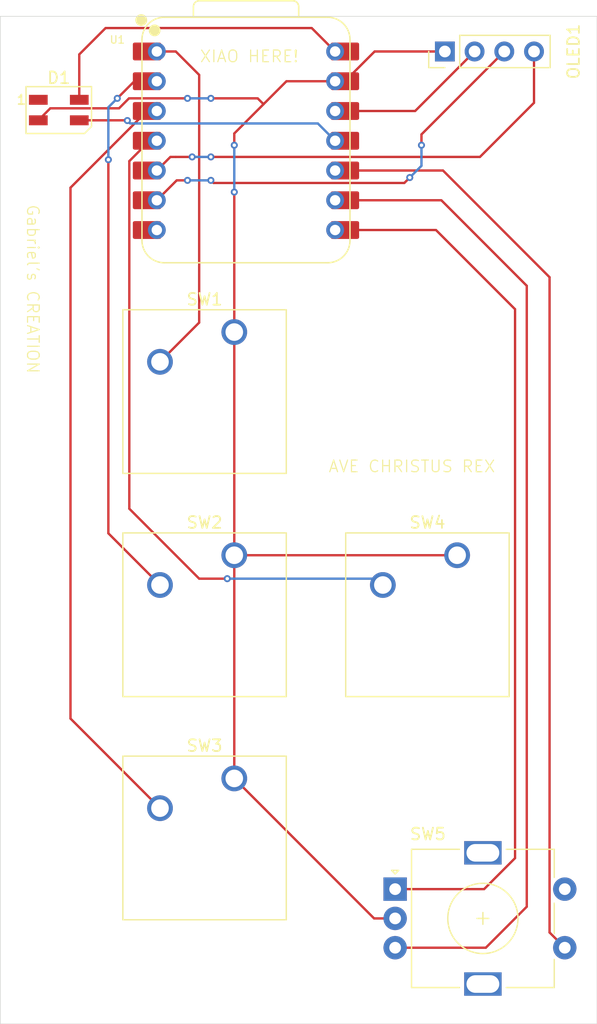
<source format=kicad_pcb>
(kicad_pcb (version 20241229) (generator "pcbnew") (generator_version "9.0")
  (layers (0 "F.Cu" signal) (2 "B.Cu" signal) (13 "F.Paste" user) (15 "B.Paste" user) (5 "F.SilkS" user "F.Silkscreen") (7 "B.SilkS" user "B.Silkscreen") (1 "F.Mask" user) (3 "B.Mask" user) (25 "Edge.Cuts" user))
  (net 0 "")
  (net 1 "GND")
  (net 2 "Net-(U1-GPIO27{slash}ADC1{slash}A1)")
  (net 3 "Net-(U1-GPIO28{slash}ADC2{slash}A2)")
  (net 4 "Net-(U1-GPIO29{slash}ADC3{slash}A3)")
  (net 5 "+5V")
  (net 6 "Net-(OLED1-SCL)")
  (net 7 "+3.3V")
  (net 8 "Net-(OLED1-SDA)")
  (net 9 "Net-(D1-DIN)")
  (net 10 "Net-(U1-GPIO1{slash}RX)")
  (net 11 "Net-(U1-GPIO2{slash}SCK)")
  (net 12 "Net-(U1-GPIO26{slash}ADC0{slash}A0)")
  (net 13 "Net-(U1-GPIO4{slash}MISO)")
  (footprint "Seeed Studio XIAO Series Library:XIAO-RP2040-DIP" (layer "F.Cu") (at 145 44.62)
    (property "Reference" "U1" (at -11 -8.62 0) (layer "F.SilkS") (effects (font (size 0.635 0.635) (thickness 0.1016))))
    (property "Value" "XIAO-RP2040-DIP")
    (fp_line (start -8.89 8.509) (end -8.89 -8.636) (stroke (width 0.127)) (layer "F.SilkS"))
    (fp_line (start -6.985 10.414) (end 6.985 10.414) (stroke (width 0.127)) (layer "F.SilkS"))
    (fp_line (start -4.495 -10.541) (end -4.491272 -11.451272) (stroke (width 0.127)) (layer "F.SilkS"))
    (fp_line (start -3.991272 -11.951) (end 4.004 -11.951) (stroke (width 0.127)) (layer "F.SilkS"))
    (fp_line (start 4.504 -11.451) (end 4.504 -10.541) (stroke (width 0.127)) (layer "F.SilkS"))
    (fp_line (start 6.985 -10.541) (end -6.985 -10.541) (stroke (width 0.1)) (layer "F.SilkS"))
    (fp_line (start 6.985 -10.541) (end -6.985 -10.541) (stroke (width 0.127)) (layer "F.SilkS"))
    (fp_line (start 8.89 8.509) (end 8.89 -8.636) (stroke (width 0.127)) (layer "F.SilkS"))
    (fp_arc (start -8.89 -8.636) (mid -8.332038 -9.983038) (end -6.985 -10.541) (stroke (width 0.127)) (layer "F.SilkS"))
    (fp_arc (start -6.985 10.414) (mid -8.332038 9.856038) (end -8.89 8.509) (stroke (width 0.127)) (layer "F.SilkS"))
    (fp_arc (start -4.491272 -11.451272) (mid -4.344728 -11.80464) (end -3.991272 -11.951) (stroke (width 0.127)) (layer "F.SilkS"))
    (fp_arc (start 4.004 -11.951) (mid 4.357553 -11.804553) (end 4.504 -11.451) (stroke (width 0.127)) (layer "F.SilkS"))
    (fp_arc (start 6.985 -10.541) (mid 8.332038 -9.983038) (end 8.89 -8.636) (stroke (width 0.127)) (layer "F.SilkS"))
    (fp_arc (start 8.89 8.509) (mid 8.332038 9.856038) (end 6.985 10.414) (stroke (width 0.127)) (layer "F.SilkS"))
    (fp_circle (center -8.95 -10.3) (end -8.95 -10.554) (stroke (width 0.5)) (fill yes) (layer "F.SilkS"))
    (fp_circle (center -7.807 -9.42) (end -7.807 -9.674) (stroke (width 0.5)) (fill yes) (layer "F.SilkS"))
    (pad "1" smd roundrect (at -8.455 -7.62 180) (size 2.432 1.524) (layers "F.Cu" "F.Mask") (roundrect_rratio 0.1) (net 12 "Net-(U1-GPIO26{slash}ADC0{slash}A0)"))
    (pad "1" thru_hole circle (at -7.62 -7.62 180) (size 1.524 1.524) (drill 0.889) (layers "*.Cu" "*.Mask") (net 12 "Net-(U1-GPIO26{slash}ADC0{slash}A0)"))
    (pad "2" smd roundrect (at -8.455 -5.08 180) (size 2.432 1.524) (layers "F.Cu" "F.Mask") (roundrect_rratio 0.1) (net 2 "Net-(U1-GPIO27{slash}ADC1{slash}A1)"))
    (pad "2" thru_hole circle (at -7.62 -5.08 180) (size 1.524 1.524) (drill 0.889) (layers "*.Cu" "*.Mask") (net 2 "Net-(U1-GPIO27{slash}ADC1{slash}A1)"))
    (pad "3" smd roundrect (at -8.455 -2.54 180) (size 2.432 1.524) (layers "F.Cu" "F.Mask") (roundrect_rratio 0.1) (net 3 "Net-(U1-GPIO28{slash}ADC2{slash}A2)"))
    (pad "3" thru_hole circle (at -7.62 -2.54 180) (size 1.524 1.524) (drill 0.889) (layers "*.Cu" "*.Mask") (net 3 "Net-(U1-GPIO28{slash}ADC2{slash}A2)"))
    (pad "4" smd roundrect (at -8.455 0 180) (size 2.432 1.524) (layers "F.Cu" "F.Mask") (roundrect_rratio 0.1) (net 4 "Net-(U1-GPIO29{slash}ADC3{slash}A3)"))
    (pad "4" thru_hole circle (at -7.62 0 180) (size 1.524 1.524) (drill 0.889) (layers "*.Cu" "*.Mask") (net 4 "Net-(U1-GPIO29{slash}ADC3{slash}A3)"))
    (pad "5" smd roundrect (at -8.455 2.54 180) (size 2.432 1.524) (layers "F.Cu" "F.Mask") (roundrect_rratio 0.1) (net 8 "Net-(OLED1-SDA)"))
    (pad "5" thru_hole circle (at -7.62 2.54 180) (size 1.524 1.524) (drill 0.889) (layers "*.Cu" "*.Mask") (net 8 "Net-(OLED1-SDA)"))
    (pad "6" smd roundrect (at -8.455 5.08 180) (size 2.432 1.524) (layers "F.Cu" "F.Mask") (roundrect_rratio 0.1) (net 6 "Net-(OLED1-SCL)"))
    (pad "6" thru_hole circle (at -7.62 5.08 180) (size 1.524 1.524) (drill 0.889) (layers "*.Cu" "*.Mask") (net 6 "Net-(OLED1-SCL)"))
    (pad "7" smd roundrect (at -8.455 7.62 180) (size 2.432 1.524) (layers "F.Cu" "F.Mask") (roundrect_rratio 0.1))
    (pad "7" thru_hole circle (at -7.62 7.62 180) (size 1.524 1.524) (drill 0.889) (layers "*.Cu" "*.Mask"))
    (pad "8" thru_hole circle (at 7.62 7.62) (size 1.524 1.524) (drill 0.889) (layers "*.Cu" "*.Mask") (net 10 "Net-(U1-GPIO1{slash}RX)"))
    (pad "8" smd roundrect (at 8.455 7.62) (size 2.432 1.524) (layers "F.Cu" "F.Mask") (roundrect_rratio 0.1) (net 10 "Net-(U1-GPIO1{slash}RX)"))
    (pad "9" thru_hole circle (at 7.62 5.08) (size 1.524 1.524) (drill 0.889) (layers "*.Cu" "*.Mask") (net 11 "Net-(U1-GPIO2{slash}SCK)"))
    (pad "9" smd roundrect (at 8.455 5.08) (size 2.432 1.524) (layers "F.Cu" "F.Mask") (roundrect_rratio 0.1) (net 11 "Net-(U1-GPIO2{slash}SCK)"))
    (pad "10" thru_hole circle (at 7.62 2.54) (size 1.524 1.524) (drill 0.889) (layers "*.Cu" "*.Mask") (net 13 "Net-(U1-GPIO4{slash}MISO)"))
    (pad "10" smd roundrect (at 8.455 2.54) (size 2.432 1.524) (layers "F.Cu" "F.Mask") (roundrect_rratio 0.1) (net 13 "Net-(U1-GPIO4{slash}MISO)"))
    (pad "11" thru_hole circle (at 7.62 0) (size 1.524 1.524) (drill 0.889) (layers "*.Cu" "*.Mask") (net 9 "Net-(D1-DIN)"))
    (pad "11" smd roundrect (at 8.455 0) (size 2.432 1.524) (layers "F.Cu" "F.Mask") (roundrect_rratio 0.1) (net 9 "Net-(D1-DIN)"))
    (pad "12" thru_hole circle (at 7.62 -2.54) (size 1.524 1.524) (drill 0.889) (layers "*.Cu" "*.Mask") (net 7 "+3.3V"))
    (pad "12" smd roundrect (at 8.455 -2.54) (size 2.432 1.524) (layers "F.Cu" "F.Mask") (roundrect_rratio 0.1) (net 7 "+3.3V"))
    (pad "13" thru_hole circle (at 7.62 -5.08) (size 1.524 1.524) (drill 0.889) (layers "*.Cu" "*.Mask") (net 1 "GND"))
    (pad "13" smd roundrect (at 8.455 -5.08) (size 2.432 1.524) (layers "F.Cu" "F.Mask") (roundrect_rratio 0.1) (net 1 "GND"))
    (pad "14" thru_hole circle (at 7.62 -7.62) (size 1.524 1.524) (drill 0.889) (layers "*.Cu" "*.Mask") (net 5 "+5V"))
    (pad "14" smd roundrect (at 8.455 -7.62) (size 2.432 1.524) (layers "F.Cu" "F.Mask") (roundrect_rratio 0.1) (net 5 "+5V"))
  )
  (footprint "LED_SMD:LED_SK6812MINI_PLCC4_3.5x3.5mm_P1.75mm" (layer "F.Cu") (at 129 42)
    (property "Reference" "D1" (at 0 -2.75 0) (layer "F.SilkS"))
    (property "Value" "SK6812MINI")
    (fp_line (start -2.8 -2) (end -2.8 2) (stroke (width 0.12)) (layer "F.SilkS"))
    (fp_line (start -2.8 -2) (end 2.8 -2) (stroke (width 0.12)) (layer "F.SilkS"))
    (fp_line (start -2.8 2) (end 2.2 2) (stroke (width 0.12)) (layer "F.SilkS"))
    (fp_line (start 2.8 1.4) (end 2.2 2) (stroke (width 0.12)) (layer "F.SilkS"))
    (fp_line (start 2.8 1.4) (end 2.8 -2) (stroke (width 0.12)) (layer "F.SilkS"))
    (fp_text user "1" (at -3.2 -0.875 0) (layer "F.SilkS") (effects (font (size 0.8 0.8))))
    (pad "1" smd rect (at -1.75 -0.875) (size 1.6 0.85) (layers "F.Cu" "F.Mask" "F.Paste"))
    (pad "2" smd rect (at -1.75 0.875) (size 1.6 0.85) (layers "F.Cu" "F.Mask" "F.Paste") (net 1 "GND"))
    (pad "3" smd rect (at 1.75 0.875) (size 1.6 0.85) (layers "F.Cu" "F.Mask" "F.Paste") (net 9 "Net-(D1-DIN)"))
    (pad "4" smd rect (at 1.75 -0.875) (size 1.6 0.85) (layers "F.Cu" "F.Mask" "F.Paste") (net 5 "+5V"))
  )
  (footprint "Button_Switch_Keyboard:SW_Cherry_MX_1.00u_PCB" (layer "F.Cu") (at 144 99.05)
    (property "Reference" "SW3" (at -2.54 -2.794 0) (layer "F.SilkS"))
    (property "Value" "SW_Push")
    (fp_line (start -9.525 -1.905) (end 4.445 -1.905) (stroke (width 0.12)) (layer "F.SilkS"))
    (fp_line (start -9.525 12.065) (end -9.525 -1.905) (stroke (width 0.12)) (layer "F.SilkS"))
    (fp_line (start 4.445 -1.905) (end 4.445 12.065) (stroke (width 0.12)) (layer "F.SilkS"))
    (fp_line (start 4.445 12.065) (end -9.525 12.065) (stroke (width 0.12)) (layer "F.SilkS"))
    (pad "" np_thru_hole circle (at -7.62 5.08) (size 1.7 1.7) (drill 1.7) (layers "*.Cu" "*.Mask"))
    (pad "" np_thru_hole circle (at -2.54 5.08) (size 4 4) (drill 4) (layers "*.Cu" "*.Mask"))
    (pad "" np_thru_hole circle (at 2.54 5.08) (size 1.7 1.7) (drill 1.7) (layers "*.Cu" "*.Mask"))
    (pad "1" thru_hole circle (at 0 0) (size 2.2 2.2) (drill 1.5) (layers "*.Cu" "*.Mask") (net 1 "GND"))
    (pad "2" thru_hole circle (at -6.35 2.54) (size 2.2 2.2) (drill 1.5) (layers "*.Cu" "*.Mask") (net 3 "Net-(U1-GPIO28{slash}ADC2{slash}A2)"))
  )
  (footprint "Button_Switch_Keyboard:SW_Cherry_MX_1.00u_PCB" (layer "F.Cu") (at 163.05 80)
    (property "Reference" "SW4" (at -2.54 -2.794 0) (layer "F.SilkS"))
    (property "Value" "SW_Push")
    (fp_line (start -9.525 -1.905) (end 4.445 -1.905) (stroke (width 0.12)) (layer "F.SilkS"))
    (fp_line (start -9.525 12.065) (end -9.525 -1.905) (stroke (width 0.12)) (layer "F.SilkS"))
    (fp_line (start 4.445 -1.905) (end 4.445 12.065) (stroke (width 0.12)) (layer "F.SilkS"))
    (fp_line (start 4.445 12.065) (end -9.525 12.065) (stroke (width 0.12)) (layer "F.SilkS"))
    (pad "" np_thru_hole circle (at -7.62 5.08) (size 1.7 1.7) (drill 1.7) (layers "*.Cu" "*.Mask"))
    (pad "" np_thru_hole circle (at -2.54 5.08) (size 4 4) (drill 4) (layers "*.Cu" "*.Mask"))
    (pad "" np_thru_hole circle (at 2.54 5.08) (size 1.7 1.7) (drill 1.7) (layers "*.Cu" "*.Mask"))
    (pad "1" thru_hole circle (at 0 0) (size 2.2 2.2) (drill 1.5) (layers "*.Cu" "*.Mask") (net 1 "GND"))
    (pad "2" thru_hole circle (at -6.35 2.54) (size 2.2 2.2) (drill 1.5) (layers "*.Cu" "*.Mask") (net 4 "Net-(U1-GPIO29{slash}ADC3{slash}A3)"))
  )
  (footprint "Button_Switch_Keyboard:SW_Cherry_MX_1.00u_PCB" (layer "F.Cu") (at 144 60.95)
    (property "Reference" "SW1" (at -2.54 -2.794 0) (layer "F.SilkS"))
    (property "Value" "SW_Push")
    (fp_line (start -9.525 -1.905) (end 4.445 -1.905) (stroke (width 0.12)) (layer "F.SilkS"))
    (fp_line (start -9.525 12.065) (end -9.525 -1.905) (stroke (width 0.12)) (layer "F.SilkS"))
    (fp_line (start 4.445 -1.905) (end 4.445 12.065) (stroke (width 0.12)) (layer "F.SilkS"))
    (fp_line (start 4.445 12.065) (end -9.525 12.065) (stroke (width 0.12)) (layer "F.SilkS"))
    (pad "" np_thru_hole circle (at -7.62 5.08) (size 1.7 1.7) (drill 1.7) (layers "*.Cu" "*.Mask"))
    (pad "" np_thru_hole circle (at -2.54 5.08) (size 4 4) (drill 4) (layers "*.Cu" "*.Mask"))
    (pad "" np_thru_hole circle (at 2.54 5.08) (size 1.7 1.7) (drill 1.7) (layers "*.Cu" "*.Mask"))
    (pad "1" thru_hole circle (at 0 0) (size 2.2 2.2) (drill 1.5) (layers "*.Cu" "*.Mask") (net 1 "GND"))
    (pad "2" thru_hole circle (at -6.35 2.54) (size 2.2 2.2) (drill 1.5) (layers "*.Cu" "*.Mask") (net 12 "Net-(U1-GPIO26{slash}ADC0{slash}A0)"))
  )
  (footprint "Button_Switch_Keyboard:SW_Cherry_MX_1.00u_PCB" (layer "F.Cu") (at 144 80)
    (property "Reference" "SW2" (at -2.54 -2.794 0) (layer "F.SilkS"))
    (property "Value" "SW_Push")
    (fp_line (start -9.525 -1.905) (end 4.445 -1.905) (stroke (width 0.12)) (layer "F.SilkS"))
    (fp_line (start -9.525 12.065) (end -9.525 -1.905) (stroke (width 0.12)) (layer "F.SilkS"))
    (fp_line (start 4.445 -1.905) (end 4.445 12.065) (stroke (width 0.12)) (layer "F.SilkS"))
    (fp_line (start 4.445 12.065) (end -9.525 12.065) (stroke (width 0.12)) (layer "F.SilkS"))
    (pad "" np_thru_hole circle (at -7.62 5.08) (size 1.7 1.7) (drill 1.7) (layers "*.Cu" "*.Mask"))
    (pad "" np_thru_hole circle (at -2.54 5.08) (size 4 4) (drill 4) (layers "*.Cu" "*.Mask"))
    (pad "" np_thru_hole circle (at 2.54 5.08) (size 1.7 1.7) (drill 1.7) (layers "*.Cu" "*.Mask"))
    (pad "1" thru_hole circle (at 0 0) (size 2.2 2.2) (drill 1.5) (layers "*.Cu" "*.Mask") (net 1 "GND"))
    (pad "2" thru_hole circle (at -6.35 2.54) (size 2.2 2.2) (drill 1.5) (layers "*.Cu" "*.Mask") (net 2 "Net-(U1-GPIO27{slash}ADC1{slash}A1)"))
  )
  (footprint "Connector_PinHeader_2.54mm:PinHeader_1x04_P2.54mm_Vertical" (layer "F.Cu") (at 162 37 90)
    (property "Reference" "OLED1" (at 0 11 90) (layer "F.SilkS"))
    (property "Value" "OLED_0.91_I2C")
    (fp_line (start -1.38 -1.38) (end 0 -1.38) (stroke (width 0.12)) (layer "F.SilkS"))
    (fp_line (start -1.38 0) (end -1.38 -1.38) (stroke (width 0.12)) (layer "F.SilkS"))
    (fp_line (start 1.38 1.27) (end 1.38 9) (stroke (width 0.12)) (layer "F.SilkS"))
    (fp_line (start -1.38 1.27) (end 1.38 1.27) (stroke (width 0.12)) (layer "F.SilkS"))
    (fp_line (start -1.38 1.27) (end -1.38 9) (stroke (width 0.12)) (layer "F.SilkS"))
    (fp_line (start -1.38 9) (end 1.38 9) (stroke (width 0.12)) (layer "F.SilkS"))
    (pad "1" thru_hole rect (at 0 0 90) (size 1.7 1.7) (drill 1) (layers "*.Cu" "*.Mask") (net 1 "GND"))
    (pad "2" thru_hole circle (at 0 2.54 90) (size 1.7 1.7) (drill 1) (layers "*.Cu" "*.Mask") (net 7 "+3.3V"))
    (pad "3" thru_hole circle (at 0 5.08 90) (size 1.7 1.7) (drill 1) (layers "*.Cu" "*.Mask") (net 6 "Net-(OLED1-SCL)"))
    (pad "4" thru_hole circle (at 0 7.62 90) (size 1.7 1.7) (drill 1) (layers "*.Cu" "*.Mask") (net 8 "Net-(OLED1-SDA)"))
  )
  (footprint "Rotary_Encoder:RotaryEncoder_Alps_EC11E-Switch_Vertical_H20mm" (layer "F.Cu") (at 157.75 108.5)
    (property "Reference" "SW5" (at 2.8 -4.7 0) (layer "F.SilkS"))
    (property "Value" "RotaryEncoder_Switch")
    (fp_line (start -0.3 -1.6) (end 0.3 -1.6) (stroke (width 0.12)) (layer "F.SilkS"))
    (fp_line (start 0 -1.3) (end -0.3 -1.6) (stroke (width 0.12)) (layer "F.SilkS"))
    (fp_line (start 0.3 -1.6) (end 0 -1.3) (stroke (width 0.12)) (layer "F.SilkS"))
    (fp_line (start 1.4 -3.4) (end 1.4 8.4) (stroke (width 0.12)) (layer "F.SilkS"))
    (fp_line (start 5.5 -3.4) (end 1.4 -3.4) (stroke (width 0.12)) (layer "F.SilkS"))
    (fp_line (start 5.5 8.4) (end 1.4 8.4) (stroke (width 0.12)) (layer "F.SilkS"))
    (fp_line (start 7 2.5) (end 8 2.5) (stroke (width 0.12)) (layer "F.SilkS"))
    (fp_line (start 7.5 2) (end 7.5 3) (stroke (width 0.12)) (layer "F.SilkS"))
    (fp_line (start 9.5 -3.4) (end 13.6 -3.4) (stroke (width 0.12)) (layer "F.SilkS"))
    (fp_line (start 13.6 -3.4) (end 13.6 -1) (stroke (width 0.12)) (layer "F.SilkS"))
    (fp_line (start 13.6 1.2) (end 13.6 3.8) (stroke (width 0.12)) (layer "F.SilkS"))
    (fp_line (start 13.6 6) (end 13.6 8.4) (stroke (width 0.12)) (layer "F.SilkS"))
    (fp_line (start 13.6 8.4) (end 9.5 8.4) (stroke (width 0.12)) (layer "F.SilkS"))
    (fp_circle (center 7.5 2.5) (end 10.5 2.5) (stroke (width 0.12)) (fill no) (layer "F.SilkS"))
    (pad "A" thru_hole rect (at 0 0) (size 2 2) (drill 1) (layers "*.Cu" "*.Mask") (net 10 "Net-(U1-GPIO1{slash}RX)"))
    (pad "B" thru_hole circle (at 0 5) (size 2 2) (drill 1) (layers "*.Cu" "*.Mask") (net 11 "Net-(U1-GPIO2{slash}SCK)"))
    (pad "C" thru_hole circle (at 0 2.5) (size 2 2) (drill 1) (layers "*.Cu" "*.Mask") (net 1 "GND"))
    (pad "MP" thru_hole rect (at 7.5 -3.1) (size 3.2 2) (drill oval 2.8 1.5) (layers "*.Cu" "*.Mask"))
    (pad "MP" thru_hole rect (at 7.5 8.1) (size 3.2 2) (drill oval 2.8 1.5) (layers "*.Cu" "*.Mask"))
    (pad "S1" thru_hole circle (at 14.5 5) (size 2 2) (drill 1) (layers "*.Cu" "*.Mask") (net 13 "Net-(U1-GPIO4{slash}MISO)"))
    (pad "S2" thru_hole circle (at 14.5 0) (size 2 2) (drill 1) (layers "*.Cu" "*.Mask"))
  )
  (gr_rect (start 124 34) (end 175 120) (stroke (width 0.05)) (fill no) (layer "Edge.Cuts"))
  (gr_text "Gabriel's CREATION" (at 126.2 50 270) (layer "F.SilkS") (effects (font (size 1 1) (thickness 0.1)) (justify left bottom)))
  (gr_text "XIAO HERE!" (at 141 38 0) (layer "F.SilkS") (effects (font (size 1 1) (thickness 0.1)) (justify left bottom)))
  (gr_text "AVE CHRISTUS REX" (at 152 73 0) (layer "F.SilkS") (effects (font (size 1 1) (thickness 0.1)) (justify left bottom)))
  (segment (start 146.5 41.5) (end 148.46 39.54) (width 0.2) (layer "F.Cu") (net 1))
  (segment (start 148.46 39.54) (end 152.62 39.54) (width 0.2) (layer "F.Cu") (net 1))
  (segment (start 144 99.05) (end 155.95 111) (width 0.2) (layer "F.Cu") (net 1))
  (segment (start 127.25 42.875) (end 128.274 41.851) (width 0.2) (layer "F.Cu") (net 1))
  (segment (start 144 44) (end 146.5 41.5) (width 0.2) (layer "F.Cu") (net 1))
  (segment (start 162 37) (end 155.995 37) (width 0.2) (layer "F.Cu") (net 1))
  (segment (start 144 45) (end 144 44) (width 0.2) (layer "F.Cu") (net 1))
  (segment (start 142 41) (end 146 41) (width 0.2) (layer "F.Cu") (net 1))
  (segment (start 144 60.95) (end 144 49) (width 0.2) (layer "F.Cu") (net 1))
  (segment (start 155.95 111) (end 157.75 111) (width 0.2) (layer "F.Cu") (net 1))
  (segment (start 144 99.05) (end 144 80) (width 0.2) (layer "F.Cu") (net 1))
  (segment (start 134.149 41.851) (end 135 41) (width 0.2) (layer "F.Cu") (net 1))
  (segment (start 144 80) (end 144 60.95) (width 0.2) (layer "F.Cu") (net 1))
  (segment (start 146 41) (end 146.5 41.5) (width 0.2) (layer "F.Cu") (net 1))
  (segment (start 128.274 41.851) (end 134.149 41.851) (width 0.2) (layer "F.Cu") (net 1))
  (segment (start 135 41) (end 140 41) (width 0.2) (layer "F.Cu") (net 1))
  (segment (start 155.995 37) (end 153.455 39.54) (width 0.2) (layer "F.Cu") (net 1))
  (segment (start 144 80) (end 163.05 80) (width 0.2) (layer "F.Cu") (net 1))
  (via (at 144 49) (size 0.6) (drill 0.3) (layers "F.Cu" "B.Cu") (net 1))
  (via (at 144 45) (size 0.6) (drill 0.3) (layers "F.Cu" "B.Cu") (net 1))
  (via (at 140 41) (size 0.6) (drill 0.3) (layers "F.Cu" "B.Cu") (net 1))
  (via (at 142 41) (size 0.6) (drill 0.3) (layers "F.Cu" "B.Cu") (net 1))
  (segment (start 140 41) (end 142 41) (width 0.2) (layer "B.Cu") (net 1))
  (segment (start 144 49) (end 144 45) (width 0.2) (layer "B.Cu") (net 1))
  (segment (start 134 41) (end 135.46 39.54) (width 0.2) (layer "F.Cu") (net 2))
  (segment (start 133.236765 78.126765) (end 133.236765 46.236765) (width 0.2) (layer "F.Cu") (net 2))
  (segment (start 137.65 82.54) (end 133.236765 78.126765) (width 0.2) (layer "F.Cu") (net 2))
  (segment (start 135.46 39.54) (end 136.545 39.54) (width 0.2) (layer "F.Cu") (net 2))
  (via (at 133.236765 46.236765) (size 0.6) (drill 0.3) (layers "F.Cu" "B.Cu") (net 2))
  (via (at 134 41) (size 0.6) (drill 0.3) (layers "F.Cu" "B.Cu") (net 2))
  (segment (start 133.236765 41.763235) (end 134 41) (width 0.2) (layer "B.Cu") (net 2))
  (segment (start 133.236765 46.236765) (end 133.236765 41.763235) (width 0.2) (layer "B.Cu") (net 2))
  (segment (start 130 93.94) (end 130 48.625) (width 0.2) (layer "F.Cu") (net 3))
  (segment (start 136.545 42.08) (end 137.38 42.08) (width 0.2) (layer "F.Cu") (net 3))
  (segment (start 137.65 101.59) (end 130 93.94) (width 0.2) (layer "F.Cu") (net 3))
  (segment (start 130 48.625) (end 136.545 42.08) (width 0.2) (layer "F.Cu") (net 3))
  (segment (start 136.766374 44.62) (end 135.028 46.358374) (width 0.2) (layer "F.Cu") (net 4))
  (segment (start 137.38 44.62) (end 136.766374 44.62) (width 0.2) (layer "F.Cu") (net 4))
  (segment (start 135.028 46.358374) (end 135.028 76.028) (width 0.2) (layer "F.Cu") (net 4))
  (segment (start 141 82) (end 143.4 82) (width 0.2) (layer "F.Cu") (net 4))
  (segment (start 135.028 76.028) (end 141 82) (width 0.2) (layer "F.Cu") (net 4))
  (via (at 143.4 82) (size 0.6) (drill 0.3) (layers "F.Cu" "B.Cu") (net 4))
  (segment (start 156.16 82) (end 156.7 82.54) (width 0.2) (layer "B.Cu") (net 4))
  (segment (start 143.4 82) (end 156.16 82) (width 0.2) (layer "B.Cu") (net 4))
  (segment (start 133 35) (end 150.62 35) (width 0.2) (layer "F.Cu") (net 5))
  (segment (start 130.75 41.125) (end 130.75 37.25) (width 0.2) (layer "F.Cu") (net 5))
  (segment (start 130.75 37.25) (end 133 35) (width 0.2) (layer "F.Cu") (net 5))
  (segment (start 150.62 35) (end 152.62 37) (width 0.2) (layer "F.Cu") (net 5))
  (segment (start 142.223 48.223) (end 158.537 48.223) (width 0.2) (layer "F.Cu") (net 6))
  (segment (start 142 48) (end 142.223 48.223) (width 0.2) (layer "F.Cu") (net 6))
  (segment (start 160 45) (end 160 44.08) (width 0.2) (layer "F.Cu") (net 6))
  (segment (start 160 44.08) (end 167.08 37) (width 0.2) (layer "F.Cu") (net 6))
  (segment (start 158.537 48.223) (end 159 47.76) (width 0.2) (layer "F.Cu") (net 6))
  (segment (start 137.38 49.7) (end 139.08 48) (width 0.2) (layer "F.Cu") (net 6))
  (segment (start 139.08 48) (end 140 48) (width 0.2) (layer "F.Cu") (net 6))
  (via (at 142 48) (size 0.6) (drill 0.3) (layers "F.Cu" "B.Cu") (net 6))
  (via (at 159 47.76) (size 0.6) (drill 0.3) (layers "F.Cu" "B.Cu") (net 6))
  (via (at 160 45) (size 0.6) (drill 0.3) (layers "F.Cu" "B.Cu") (net 6))
  (via (at 140 48) (size 0.6) (drill 0.3) (layers "F.Cu" "B.Cu") (net 6))
  (segment (start 160 46.76) (end 160 45) (width 0.2) (layer "B.Cu") (net 6))
  (segment (start 159 47.76) (end 160 46.76) (width 0.2) (layer "B.Cu") (net 6))
  (segment (start 140 48) (end 142 48) (width 0.2) (layer "B.Cu") (net 6))
  (segment (start 159.46 42.08) (end 153.455 42.08) (width 0.2) (layer "F.Cu") (net 7))
  (segment (start 164.54 37) (end 159.46 42.08) (width 0.2) (layer "F.Cu") (net 7))
  (segment (start 139 46) (end 140.4 46) (width 0.2) (layer "F.Cu") (net 8))
  (segment (start 138.54 46) (end 139 46) (width 0.2) (layer "F.Cu") (net 8))
  (segment (start 169.62 41.38) (end 169.62 37) (width 0.2) (layer "F.Cu") (net 8))
  (segment (start 165 46) (end 169.62 41.38) (width 0.2) (layer "F.Cu") (net 8))
  (segment (start 142 46) (end 165 46) (width 0.2) (layer "F.Cu") (net 8))
  (segment (start 137.38 47.16) (end 138.54 46) (width 0.2) (layer "F.Cu") (net 8))
  (via (at 142 46) (size 0.6) (drill 0.3) (layers "F.Cu" "B.Cu") (net 8))
  (via (at 140.4 46) (size 0.6) (drill 0.3) (layers "F.Cu" "B.Cu") (net 8))
  (segment (start 140.4 46) (end 142 46) (width 0.2) (layer "B.Cu") (net 8))
  (segment (start 134.838992 42.875) (end 134.859887 42.895895) (width 0.2) (layer "F.Cu") (net 9))
  (segment (start 130.75 42.875) (end 134.838992 42.875) (width 0.2) (layer "F.Cu") (net 9))
  (via (at 134.859887 42.895895) (size 0.6) (drill 0.3) (layers "F.Cu" "B.Cu") (net 9))
  (segment (start 134.859887 42.895895) (end 135.106992 43.143) (width 0.2) (layer "B.Cu") (net 9))
  (segment (start 151.143 43.143) (end 152.62 44.62) (width 0.2) (layer "B.Cu") (net 9))
  (segment (start 135.106992 43.143) (end 151.143 43.143) (width 0.2) (layer "B.Cu") (net 9))
  (segment (start 152.62 52.24) (end 161.24 52.24) (width 0.2) (layer "F.Cu") (net 10))
  (segment (start 161.24 52.24) (end 168 59) (width 0.2) (layer "F.Cu") (net 10))
  (segment (start 168 105.852) (end 165.352 108.5) (width 0.2) (layer "F.Cu") (net 10))
  (segment (start 165.352 108.5) (end 157.75 108.5) (width 0.2) (layer "F.Cu") (net 10))
  (segment (start 168 59) (end 168 105.852) (width 0.2) (layer "F.Cu") (net 10))
  (segment (start 169 110) (end 165.5 113.5) (width 0.2) (layer "F.Cu") (net 11))
  (segment (start 165.5 113.5) (end 157.75 113.5) (width 0.2) (layer "F.Cu") (net 11))
  (segment (start 169 57) (end 169 110) (width 0.2) (layer "F.Cu") (net 11))
  (segment (start 152.62 49.7) (end 161.7 49.7) (width 0.2) (layer "F.Cu") (net 11))
  (segment (start 161.7 49.7) (end 169 57) (width 0.2) (layer "F.Cu") (net 11))
  (segment (start 141 39) (end 139 37) (width 0.2) (layer "F.Cu") (net 12))
  (segment (start 137.65 63.49) (end 141 60.14) (width 0.2) (layer "F.Cu") (net 12))
  (segment (start 139 37) (end 137.38 37) (width 0.2) (layer "F.Cu") (net 12))
  (segment (start 141 60.14) (end 141 39) (width 0.2) (layer "F.Cu") (net 12))
  (segment (start 170.949 56.269) (end 161.84 47.16) (width 0.2) (layer "F.Cu") (net 13))
  (segment (start 170.949 112.199) (end 170.949 56.269) (width 0.2) (layer "F.Cu") (net 13))
  (segment (start 161.84 47.16) (end 153.455 47.16) (width 0.2) (layer "F.Cu") (net 13))
  (segment (start 172.25 113.5) (end 170.949 112.199) (width 0.2) (layer "F.Cu") (net 13))
)
</source>
